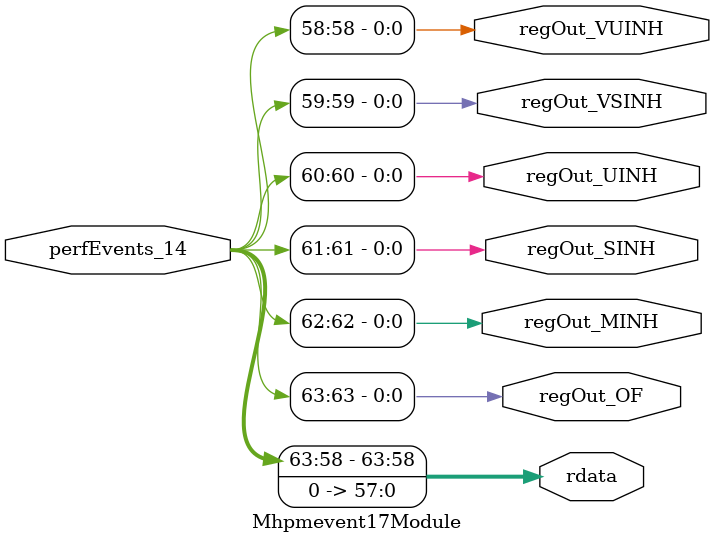
<source format=sv>
`ifndef RANDOMIZE
  `ifdef RANDOMIZE_MEM_INIT
    `define RANDOMIZE
  `endif // RANDOMIZE_MEM_INIT
`endif // not def RANDOMIZE
`ifndef RANDOMIZE
  `ifdef RANDOMIZE_REG_INIT
    `define RANDOMIZE
  `endif // RANDOMIZE_REG_INIT
`endif // not def RANDOMIZE

`ifndef RANDOM
  `define RANDOM $random
`endif // not def RANDOM

// Users can define INIT_RANDOM as general code that gets injected into the
// initializer block for modules with registers.
`ifndef INIT_RANDOM
  `define INIT_RANDOM
`endif // not def INIT_RANDOM

// If using random initialization, you can also define RANDOMIZE_DELAY to
// customize the delay used, otherwise 0.002 is used.
`ifndef RANDOMIZE_DELAY
  `define RANDOMIZE_DELAY 0.002
`endif // not def RANDOMIZE_DELAY

// Define INIT_RANDOM_PROLOG_ for use in our modules below.
`ifndef INIT_RANDOM_PROLOG_
  `ifdef RANDOMIZE
    `ifdef VERILATOR
      `define INIT_RANDOM_PROLOG_ `INIT_RANDOM
    `else  // VERILATOR
      `define INIT_RANDOM_PROLOG_ `INIT_RANDOM #`RANDOMIZE_DELAY begin end
    `endif // VERILATOR
  `else  // RANDOMIZE
    `define INIT_RANDOM_PROLOG_
  `endif // RANDOMIZE
`endif // not def INIT_RANDOM_PROLOG_

// Include register initializers in init blocks unless synthesis is set
`ifndef SYNTHESIS
  `ifndef ENABLE_INITIAL_REG_
    `define ENABLE_INITIAL_REG_
  `endif // not def ENABLE_INITIAL_REG_
`endif // not def SYNTHESIS

// Include rmemory initializers in init blocks unless synthesis is set
`ifndef SYNTHESIS
  `ifndef ENABLE_INITIAL_MEM_
    `define ENABLE_INITIAL_MEM_
  `endif // not def ENABLE_INITIAL_MEM_
`endif // not def SYNTHESIS

module Mhpmevent17Module(
  output [63:0] rdata,
  output        regOut_OF,
  output        regOut_MINH,
  output        regOut_SINH,
  output        regOut_UINH,
  output        regOut_VSINH,
  output        regOut_VUINH,
  input  [63:0] perfEvents_14
);

  assign rdata = {perfEvents_14[63:58], 58'h0};
  assign regOut_OF = perfEvents_14[63];
  assign regOut_MINH = perfEvents_14[62];
  assign regOut_SINH = perfEvents_14[61];
  assign regOut_UINH = perfEvents_14[60];
  assign regOut_VSINH = perfEvents_14[59];
  assign regOut_VUINH = perfEvents_14[58];
endmodule


</source>
